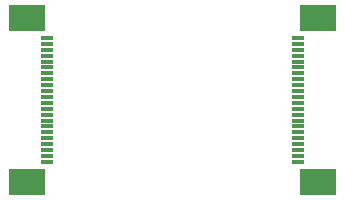
<source format=gbr>
%TF.GenerationSoftware,KiCad,Pcbnew,7.0.10*%
%TF.CreationDate,2024-02-18T19:35:46+01:00*%
%TF.ProjectId,CSI2SPY22,43534932-5350-4593-9232-2e6b69636164,rev?*%
%TF.SameCoordinates,Original*%
%TF.FileFunction,Paste,Top*%
%TF.FilePolarity,Positive*%
%FSLAX46Y46*%
G04 Gerber Fmt 4.6, Leading zero omitted, Abs format (unit mm)*
G04 Created by KiCad (PCBNEW 7.0.10) date 2024-02-18 19:35:46*
%MOMM*%
%LPD*%
G01*
G04 APERTURE LIST*
%ADD10R,1.100000X0.300000*%
%ADD11R,3.100000X2.300000*%
G04 APERTURE END LIST*
D10*
%TO.C,J2*%
X25650000Y-9750000D03*
X25650000Y-10250000D03*
X25650000Y-10750000D03*
X25650000Y-11250000D03*
X25650000Y-11750000D03*
X25650000Y-12250000D03*
X25650000Y-12750000D03*
X25650000Y-13250000D03*
X25650000Y-13750000D03*
X25650000Y-14250000D03*
X25650000Y-14750000D03*
X25650000Y-15250000D03*
X25650000Y-15750000D03*
X25650000Y-16250000D03*
X25650000Y-16750000D03*
X25650000Y-17250000D03*
X25650000Y-17750000D03*
X25650000Y-18250000D03*
X25650000Y-18750000D03*
X25650000Y-19250000D03*
X25650000Y-19750000D03*
X25650000Y-20250000D03*
D11*
X27350000Y-21920000D03*
X27350000Y-8080000D03*
%TD*%
D10*
%TO.C,J1*%
X4350000Y-9750000D03*
X4350000Y-10250000D03*
X4350000Y-10750000D03*
X4350000Y-11250000D03*
X4350000Y-11750000D03*
X4350000Y-12250000D03*
X4350000Y-12750000D03*
X4350000Y-13250000D03*
X4350000Y-13750000D03*
X4350000Y-14250000D03*
X4350000Y-14750000D03*
X4350000Y-15250000D03*
X4350000Y-15750000D03*
X4350000Y-16250000D03*
X4350000Y-16750000D03*
X4350000Y-17250000D03*
X4350000Y-17750000D03*
X4350000Y-18250000D03*
X4350000Y-18750000D03*
X4350000Y-19250000D03*
X4350000Y-19750000D03*
X4350000Y-20250000D03*
D11*
X2650000Y-8080000D03*
X2650000Y-21920000D03*
%TD*%
M02*

</source>
